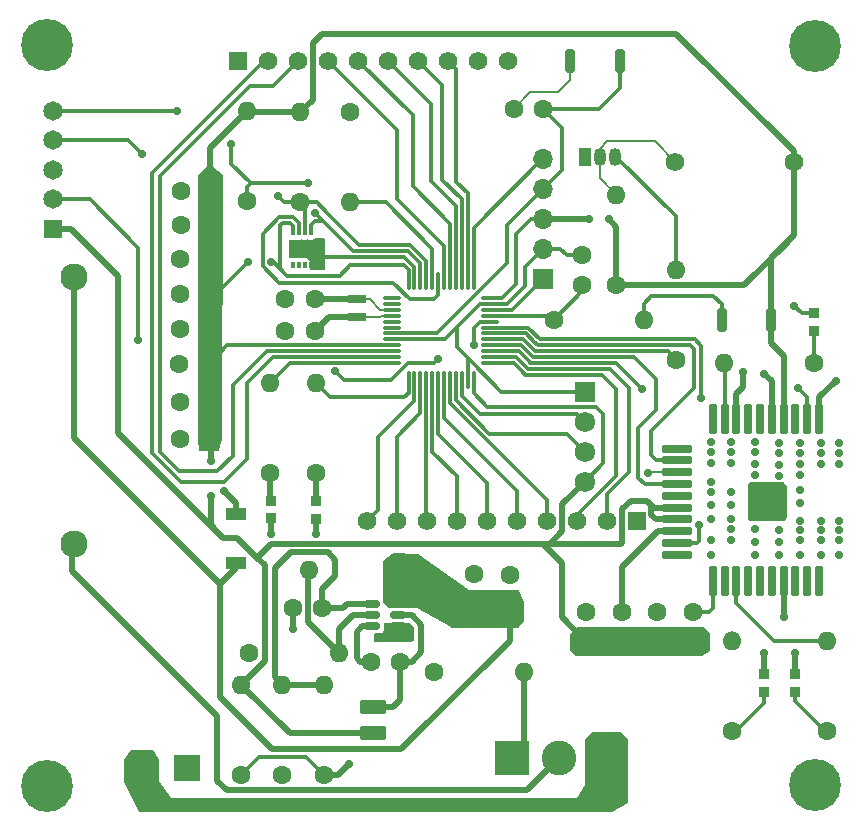
<source format=gtl>
G04 #@! TF.GenerationSoftware,KiCad,Pcbnew,8.0.8*
G04 #@! TF.CreationDate,2025-04-14T11:11:05+01:00*
G04 #@! TF.ProjectId,Bat-mon_v1-Fixo,4261742d-6d6f-46e5-9f76-312d4669786f,rev?*
G04 #@! TF.SameCoordinates,Original*
G04 #@! TF.FileFunction,Copper,L1,Top*
G04 #@! TF.FilePolarity,Positive*
%FSLAX46Y46*%
G04 Gerber Fmt 4.6, Leading zero omitted, Abs format (unit mm)*
G04 Created by KiCad (PCBNEW 8.0.8) date 2025-04-14 11:11:05*
%MOMM*%
%LPD*%
G01*
G04 APERTURE LIST*
G04 Aperture macros list*
%AMRoundRect*
0 Rectangle with rounded corners*
0 $1 Rounding radius*
0 $2 $3 $4 $5 $6 $7 $8 $9 X,Y pos of 4 corners*
0 Add a 4 corners polygon primitive as box body*
4,1,4,$2,$3,$4,$5,$6,$7,$8,$9,$2,$3,0*
0 Add four circle primitives for the rounded corners*
1,1,$1+$1,$2,$3*
1,1,$1+$1,$4,$5*
1,1,$1+$1,$6,$7*
1,1,$1+$1,$8,$9*
0 Add four rect primitives between the rounded corners*
20,1,$1+$1,$2,$3,$4,$5,0*
20,1,$1+$1,$4,$5,$6,$7,0*
20,1,$1+$1,$6,$7,$8,$9,0*
20,1,$1+$1,$8,$9,$2,$3,0*%
G04 Aperture macros list end*
G04 #@! TA.AperFunction,SMDPad,CuDef*
%ADD10R,1.720000X1.120000*%
G04 #@! TD*
G04 #@! TA.AperFunction,ComponentPad*
%ADD11R,1.050000X1.500000*%
G04 #@! TD*
G04 #@! TA.AperFunction,ComponentPad*
%ADD12O,1.050000X1.500000*%
G04 #@! TD*
G04 #@! TA.AperFunction,ComponentPad*
%ADD13C,1.600000*%
G04 #@! TD*
G04 #@! TA.AperFunction,ComponentPad*
%ADD14O,1.600000X1.600000*%
G04 #@! TD*
G04 #@! TA.AperFunction,ComponentPad*
%ADD15C,0.700000*%
G04 #@! TD*
G04 #@! TA.AperFunction,ComponentPad*
%ADD16C,4.400000*%
G04 #@! TD*
G04 #@! TA.AperFunction,ComponentPad*
%ADD17R,1.575000X1.575000*%
G04 #@! TD*
G04 #@! TA.AperFunction,ComponentPad*
%ADD18C,1.575000*%
G04 #@! TD*
G04 #@! TA.AperFunction,SMDPad,CuDef*
%ADD19RoundRect,0.150000X0.512500X0.150000X-0.512500X0.150000X-0.512500X-0.150000X0.512500X-0.150000X0*%
G04 #@! TD*
G04 #@! TA.AperFunction,SMDPad,CuDef*
%ADD20RoundRect,0.175000X-0.175000X1.125000X-0.175000X-1.125000X0.175000X-1.125000X0.175000X1.125000X0*%
G04 #@! TD*
G04 #@! TA.AperFunction,SMDPad,CuDef*
%ADD21RoundRect,0.175000X-1.125000X-0.175000X1.125000X-0.175000X1.125000X0.175000X-1.125000X0.175000X0*%
G04 #@! TD*
G04 #@! TA.AperFunction,SMDPad,CuDef*
%ADD22RoundRect,0.200000X-0.200000X-0.200000X0.200000X-0.200000X0.200000X0.200000X-0.200000X0.200000X0*%
G04 #@! TD*
G04 #@! TA.AperFunction,SMDPad,CuDef*
%ADD23R,0.950000X0.950000*%
G04 #@! TD*
G04 #@! TA.AperFunction,ComponentPad*
%ADD24R,2.175000X2.175000*%
G04 #@! TD*
G04 #@! TA.AperFunction,ComponentPad*
%ADD25C,2.175000*%
G04 #@! TD*
G04 #@! TA.AperFunction,SMDPad,CuDef*
%ADD26RoundRect,0.200000X0.200000X0.800000X-0.200000X0.800000X-0.200000X-0.800000X0.200000X-0.800000X0*%
G04 #@! TD*
G04 #@! TA.AperFunction,SMDPad,CuDef*
%ADD27RoundRect,0.250000X-0.850000X0.375000X-0.850000X-0.375000X0.850000X-0.375000X0.850000X0.375000X0*%
G04 #@! TD*
G04 #@! TA.AperFunction,ComponentPad*
%ADD28R,1.725000X1.725000*%
G04 #@! TD*
G04 #@! TA.AperFunction,ComponentPad*
%ADD29C,1.725000*%
G04 #@! TD*
G04 #@! TA.AperFunction,ComponentPad*
%ADD30C,1.580000*%
G04 #@! TD*
G04 #@! TA.AperFunction,ComponentPad*
%ADD31R,1.650000X1.650000*%
G04 #@! TD*
G04 #@! TA.AperFunction,ComponentPad*
%ADD32C,1.650000*%
G04 #@! TD*
G04 #@! TA.AperFunction,SMDPad,CuDef*
%ADD33R,1.500000X0.800000*%
G04 #@! TD*
G04 #@! TA.AperFunction,ComponentPad*
%ADD34R,1.700000X1.700000*%
G04 #@! TD*
G04 #@! TA.AperFunction,ComponentPad*
%ADD35O,1.700000X1.700000*%
G04 #@! TD*
G04 #@! TA.AperFunction,SMDPad,CuDef*
%ADD36R,0.300000X0.600000*%
G04 #@! TD*
G04 #@! TA.AperFunction,SMDPad,CuDef*
%ADD37R,1.600000X1.600000*%
G04 #@! TD*
G04 #@! TA.AperFunction,ComponentPad*
%ADD38C,2.300000*%
G04 #@! TD*
G04 #@! TA.AperFunction,ComponentPad*
%ADD39R,2.925000X2.925000*%
G04 #@! TD*
G04 #@! TA.AperFunction,ComponentPad*
%ADD40C,2.925000*%
G04 #@! TD*
G04 #@! TA.AperFunction,SMDPad,CuDef*
%ADD41RoundRect,0.075000X-0.662500X-0.075000X0.662500X-0.075000X0.662500X0.075000X-0.662500X0.075000X0*%
G04 #@! TD*
G04 #@! TA.AperFunction,SMDPad,CuDef*
%ADD42RoundRect,0.075000X-0.075000X-0.662500X0.075000X-0.662500X0.075000X0.662500X-0.075000X0.662500X0*%
G04 #@! TD*
G04 #@! TA.AperFunction,ViaPad*
%ADD43C,0.700000*%
G04 #@! TD*
G04 #@! TA.AperFunction,Conductor*
%ADD44C,0.200000*%
G04 #@! TD*
G04 #@! TA.AperFunction,Conductor*
%ADD45C,0.300000*%
G04 #@! TD*
G04 #@! TA.AperFunction,Conductor*
%ADD46C,0.500000*%
G04 #@! TD*
G04 APERTURE END LIST*
D10*
X153300000Y-89200000D03*
X153300000Y-85050000D03*
D11*
X182810000Y-54800000D03*
D12*
X184080000Y-54800000D03*
X185350000Y-54800000D03*
D13*
X151050000Y-75550000D03*
X148550000Y-75550000D03*
X154250000Y-58560000D03*
D14*
X154250000Y-50940000D03*
D13*
X182950000Y-93300000D03*
X182950000Y-95800000D03*
D15*
X200650000Y-107950000D03*
X201133274Y-106783274D03*
X201133274Y-109116726D03*
X202300000Y-106300000D03*
D16*
X202300000Y-107950000D03*
D15*
X202300000Y-109600000D03*
X203466726Y-106783274D03*
X203466726Y-109116726D03*
X203950000Y-107950000D03*
D17*
X187230000Y-85650000D03*
D18*
X184690000Y-85650000D03*
X182150000Y-85650000D03*
X179610000Y-85650000D03*
X177070000Y-85650000D03*
X174530000Y-85650000D03*
X171990000Y-85650000D03*
X169450000Y-85650000D03*
X166910000Y-85650000D03*
X164370000Y-85650000D03*
D15*
X135666726Y-108066726D03*
X136150000Y-106900000D03*
X136150000Y-109233452D03*
X137316726Y-106416726D03*
D16*
X137316726Y-108066726D03*
D15*
X137316726Y-109716726D03*
X138483452Y-106900000D03*
X138483452Y-109233452D03*
X138966726Y-108066726D03*
D13*
X185500000Y-65660000D03*
D14*
X185500000Y-58040000D03*
D13*
X154380000Y-96800000D03*
D14*
X162000000Y-96800000D03*
D13*
X148500000Y-72300000D03*
X151000000Y-72300000D03*
D19*
X167037500Y-94550000D03*
X167037500Y-93600000D03*
X167037500Y-92650000D03*
X164762500Y-92650000D03*
X164762500Y-93600000D03*
X164762500Y-94550000D03*
D20*
X202650000Y-77000000D03*
X201650000Y-77000000D03*
X200650000Y-77000000D03*
X199650000Y-77000000D03*
X198650000Y-77000000D03*
X197650000Y-77000000D03*
X196650000Y-77000000D03*
X195650000Y-77000000D03*
X194650000Y-77000000D03*
X193650000Y-77000000D03*
D21*
X190650000Y-79500000D03*
X190650000Y-80500000D03*
X190650000Y-81500000D03*
X190650000Y-82500000D03*
X190650000Y-83500000D03*
X190650000Y-84500000D03*
X190650000Y-85500000D03*
X190650000Y-86500000D03*
X190650000Y-87500000D03*
X190650000Y-88500000D03*
D20*
X193650000Y-90700000D03*
X194650000Y-90700000D03*
X195650000Y-90700000D03*
X196650000Y-90700000D03*
X197650000Y-90700000D03*
X198650000Y-90700000D03*
X199650000Y-90700000D03*
X200650000Y-90700000D03*
X201650000Y-90700000D03*
X202650000Y-90700000D03*
D22*
X199240000Y-83000000D03*
X198240000Y-83000000D03*
X197240000Y-83000000D03*
X197240000Y-84000000D03*
X197240000Y-85000000D03*
X198240000Y-85000000D03*
X199240000Y-85000000D03*
X199240000Y-84000000D03*
X198240000Y-84000000D03*
D23*
X200650000Y-98600000D03*
X200650000Y-100100000D03*
D13*
X202250000Y-72250000D03*
D14*
X194630000Y-72250000D03*
D13*
X160600000Y-93000000D03*
X158100000Y-93000000D03*
D24*
X149100000Y-106550000D03*
D25*
X145290000Y-106550000D03*
D13*
X179300000Y-50750000D03*
X176800000Y-50750000D03*
X192000000Y-93300000D03*
X192000000Y-95800000D03*
D23*
X202240000Y-68050000D03*
X202240000Y-69550000D03*
D13*
X160050000Y-81560000D03*
D14*
X160050000Y-73940000D03*
D26*
X198600000Y-68600000D03*
X194400000Y-68600000D03*
D23*
X198000000Y-98600000D03*
X198000000Y-100100000D03*
D27*
X164900000Y-101400000D03*
X164900000Y-103550000D03*
D28*
X182800000Y-74680000D03*
D29*
X182800000Y-77220000D03*
X182800000Y-79760000D03*
X182800000Y-82300000D03*
D13*
X148550000Y-69350000D03*
X151050000Y-69350000D03*
D30*
X200500000Y-55200000D03*
X190500000Y-55200000D03*
D13*
X186000000Y-93300000D03*
X186000000Y-95800000D03*
D26*
X185800000Y-46700000D03*
X181600000Y-46700000D03*
D13*
X153750000Y-107100000D03*
D14*
X153750000Y-99480000D03*
D13*
X160750000Y-107100000D03*
D14*
X160750000Y-99480000D03*
D31*
X137800000Y-60900000D03*
D32*
X137800000Y-58400000D03*
X137800000Y-55900000D03*
X137800000Y-53400000D03*
X137800000Y-50900000D03*
D13*
X195300000Y-103400000D03*
D14*
X195300000Y-95780000D03*
D33*
X163500000Y-66850000D03*
X163500000Y-68350000D03*
D13*
X157200000Y-107100000D03*
D14*
X157200000Y-99480000D03*
D34*
X179250000Y-65150000D03*
D35*
X179250000Y-62610000D03*
X179250000Y-60070000D03*
X179250000Y-57530000D03*
X179250000Y-54990000D03*
D13*
X151050000Y-78650000D03*
X148550000Y-78650000D03*
D36*
X158100000Y-64000000D03*
X158600000Y-64000000D03*
X159100000Y-64000000D03*
X159600000Y-64000000D03*
X159600000Y-61200000D03*
X159100000Y-61200000D03*
X158600000Y-61200000D03*
X158100000Y-61200000D03*
D37*
X158850000Y-62600000D03*
D13*
X158750000Y-58660000D03*
D14*
X158750000Y-51040000D03*
D13*
X180190000Y-68600000D03*
D14*
X187810000Y-68600000D03*
D13*
X159950000Y-69550000D03*
X157450000Y-69550000D03*
D38*
X139550000Y-64950000D03*
X139550000Y-87550000D03*
D13*
X167200000Y-97550000D03*
X164700000Y-97550000D03*
D39*
X176650000Y-105700000D03*
D40*
X180650000Y-105700000D03*
X184650000Y-105700000D03*
D13*
X148550000Y-63450000D03*
X151050000Y-63450000D03*
X148600000Y-60550000D03*
X151100000Y-60550000D03*
X156200000Y-81560000D03*
D14*
X156200000Y-73940000D03*
D13*
X173450000Y-90150000D03*
X173450000Y-92650000D03*
X170040000Y-98400000D03*
D14*
X177660000Y-98400000D03*
D13*
X188950000Y-93300000D03*
X188950000Y-95800000D03*
D41*
X166487500Y-66750000D03*
X166487500Y-67250000D03*
X166487500Y-67750000D03*
X166487500Y-68250000D03*
X166487500Y-68750000D03*
X166487500Y-69250000D03*
X166487500Y-69750000D03*
X166487500Y-70250000D03*
X166487500Y-70750000D03*
X166487500Y-71250000D03*
X166487500Y-71750000D03*
X166487500Y-72250000D03*
D42*
X167900000Y-73662500D03*
X168400000Y-73662500D03*
X168900000Y-73662500D03*
X169400000Y-73662500D03*
X169900000Y-73662500D03*
X170400000Y-73662500D03*
X170900000Y-73662500D03*
X171400000Y-73662500D03*
X171900000Y-73662500D03*
X172400000Y-73662500D03*
X172900000Y-73662500D03*
X173400000Y-73662500D03*
D41*
X174812500Y-72250000D03*
X174812500Y-71750000D03*
X174812500Y-71250000D03*
X174812500Y-70750000D03*
X174812500Y-70250000D03*
X174812500Y-69750000D03*
X174812500Y-69250000D03*
X174812500Y-68750000D03*
X174812500Y-68250000D03*
X174812500Y-67750000D03*
X174812500Y-67250000D03*
X174812500Y-66750000D03*
D42*
X173400000Y-65337500D03*
X172900000Y-65337500D03*
X172400000Y-65337500D03*
X171900000Y-65337500D03*
X171400000Y-65337500D03*
X170900000Y-65337500D03*
X170400000Y-65337500D03*
X169900000Y-65337500D03*
X169400000Y-65337500D03*
X168900000Y-65337500D03*
X168400000Y-65337500D03*
X167900000Y-65337500D03*
D13*
X182600000Y-63150000D03*
X182600000Y-65650000D03*
D23*
X156250000Y-85400000D03*
X156250000Y-83900000D03*
D15*
X200700000Y-45450000D03*
X201183274Y-44283274D03*
X201183274Y-46616726D03*
X202350000Y-43800000D03*
D16*
X202350000Y-45450000D03*
D15*
X202350000Y-47100000D03*
X203516726Y-44283274D03*
X203516726Y-46616726D03*
X204000000Y-45450000D03*
D17*
X153460000Y-46650000D03*
D18*
X156000000Y-46650000D03*
X158540000Y-46650000D03*
X161080000Y-46650000D03*
X163620000Y-46650000D03*
X166160000Y-46650000D03*
X168700000Y-46650000D03*
X171240000Y-46650000D03*
X173780000Y-46650000D03*
X176320000Y-46650000D03*
D13*
X162950000Y-51040000D03*
D14*
X162950000Y-58660000D03*
D13*
X159950000Y-66850000D03*
X157450000Y-66850000D03*
X148650000Y-57700000D03*
X151150000Y-57700000D03*
X176450000Y-90200000D03*
X176450000Y-92700000D03*
X190550000Y-71960000D03*
D14*
X190550000Y-64340000D03*
D23*
X160050000Y-85450000D03*
X160050000Y-83950000D03*
D13*
X203350000Y-103420000D03*
D14*
X203350000Y-95800000D03*
D15*
X135600000Y-45350000D03*
X136083274Y-44183274D03*
X136083274Y-46516726D03*
X137250000Y-43700000D03*
D16*
X137250000Y-45350000D03*
D15*
X137250000Y-47000000D03*
X138416726Y-44183274D03*
X138416726Y-46516726D03*
X138900000Y-45350000D03*
D13*
X167060000Y-89750000D03*
D14*
X159440000Y-89750000D03*
D13*
X148550000Y-66400000D03*
X151050000Y-66400000D03*
D43*
X151150000Y-83500000D03*
X151150000Y-80550000D03*
X154300000Y-63700000D03*
X184850000Y-60050000D03*
X156250000Y-63725000D03*
X183150000Y-60050000D03*
X201050000Y-87250000D03*
X193500000Y-87200000D03*
X195200000Y-84250000D03*
X196250000Y-73050000D03*
X193500000Y-84250000D03*
X160350000Y-63000000D03*
X199240000Y-85000000D03*
X195200000Y-86350000D03*
X160350000Y-64000000D03*
X193500000Y-83200000D03*
X193500000Y-85450000D03*
X201050000Y-79850000D03*
X204350000Y-85600000D03*
X202850000Y-86400000D03*
X193500000Y-78950000D03*
X201050000Y-86400000D03*
X199250000Y-87400000D03*
X156250000Y-86700000D03*
X201050000Y-80800000D03*
X193500000Y-88500000D03*
X200650000Y-96850000D03*
X166350000Y-95500000D03*
X204350000Y-80800000D03*
X201050000Y-88550000D03*
X197200000Y-79800000D03*
X193500000Y-80750000D03*
X201050000Y-84150000D03*
X204350000Y-79000000D03*
X152250000Y-83100000D03*
X202850000Y-80800000D03*
X201050000Y-85600000D03*
X201050000Y-79000000D03*
X160350000Y-62100000D03*
X195200000Y-79800000D03*
X199250000Y-81800000D03*
X202850000Y-85600000D03*
X199240000Y-84000000D03*
X167950000Y-95500000D03*
X198000000Y-73150000D03*
X197200000Y-81750000D03*
X195200000Y-80750000D03*
X197200000Y-86350000D03*
X197200000Y-78950000D03*
X198240000Y-85000000D03*
X193500000Y-82300000D03*
X204050000Y-73750000D03*
X198240000Y-84000000D03*
X199240000Y-83000000D03*
X202850000Y-88550000D03*
X199650000Y-93800000D03*
X200540000Y-67400000D03*
X199250000Y-80850000D03*
X202850000Y-79000000D03*
X198000000Y-96850000D03*
X195200000Y-87200000D03*
X204350000Y-88550000D03*
X195200000Y-83200000D03*
X202850000Y-79850000D03*
X204350000Y-86400000D03*
X197200000Y-88500000D03*
X160050000Y-86750000D03*
X204350000Y-87250000D03*
X195200000Y-85450000D03*
X201050000Y-83000000D03*
X202850000Y-87250000D03*
X198240000Y-83000000D03*
X204350000Y-79850000D03*
X197200000Y-87400000D03*
X165400000Y-95500000D03*
X199250000Y-88550000D03*
X195200000Y-78950000D03*
X199250000Y-86400000D03*
X201050000Y-81750000D03*
X197240000Y-83000000D03*
X197240000Y-85000000D03*
X199250000Y-79000000D03*
X197200000Y-80800000D03*
X199250000Y-79850000D03*
X197240000Y-84000000D03*
X193500000Y-79800000D03*
X158150000Y-94750000D03*
X162825000Y-106225000D03*
X156850000Y-58150000D03*
X145300000Y-54550000D03*
X160000000Y-59550000D03*
X159400000Y-57050000D03*
X152900000Y-53700000D03*
X148300000Y-50900000D03*
X192500000Y-86000000D03*
X192700000Y-75250000D03*
X173400000Y-70725000D03*
X161700000Y-72950000D03*
X145000000Y-70300000D03*
X170400000Y-71900000D03*
X187650000Y-74450000D03*
X200850000Y-74350000D03*
X188200000Y-81600000D03*
D44*
X184080000Y-56620000D02*
X184080000Y-54800000D01*
X184700000Y-53500000D02*
X188800000Y-53500000D01*
X185500000Y-58040000D02*
X184080000Y-56620000D01*
X184080000Y-54800000D02*
X184080000Y-54120000D01*
X184080000Y-54120000D02*
X184700000Y-53500000D01*
X188800000Y-53500000D02*
X190500000Y-55200000D01*
D45*
X184350000Y-80750000D02*
X182800000Y-82300000D01*
D46*
X188467500Y-85117500D02*
X188850000Y-85500000D01*
D45*
X158100000Y-60650000D02*
X157850000Y-60400000D01*
X157450000Y-64700000D02*
X157600000Y-64850000D01*
D46*
X153400000Y-87050000D02*
X152200000Y-87050000D01*
D45*
X157050000Y-60600000D02*
X157050000Y-64300000D01*
D46*
X200500000Y-55200000D02*
X200500000Y-54335000D01*
X154350000Y-51040000D02*
X154250000Y-50940000D01*
X185992500Y-84657500D02*
X186700000Y-83950000D01*
X143300000Y-78150000D02*
X143300000Y-64900000D01*
X151150000Y-83500000D02*
X151150000Y-86000000D01*
X183150000Y-60050000D02*
X179270000Y-60050000D01*
X179250000Y-87550000D02*
X156260000Y-87550000D01*
D45*
X164100000Y-64000000D02*
X167550000Y-64000000D01*
D46*
X199650000Y-71650000D02*
X198600000Y-70600000D01*
X155750000Y-89400000D02*
X155080000Y-88730000D01*
X155750000Y-97480000D02*
X155750000Y-89400000D01*
X156260000Y-87550000D02*
X155080000Y-88730000D01*
X160600000Y-44400000D02*
X159842500Y-45157500D01*
X157820000Y-103550000D02*
X153750000Y-99480000D01*
X185992500Y-87407500D02*
X185992500Y-84657500D01*
X151150000Y-80550000D02*
X151150000Y-78750000D01*
D45*
X154300000Y-63700000D02*
X151600000Y-66400000D01*
D46*
X200550000Y-55250000D02*
X200500000Y-55200000D01*
X185500000Y-60700000D02*
X184850000Y-60050000D01*
X186700000Y-83950000D02*
X188100000Y-83950000D01*
X159842500Y-45157500D02*
X159842500Y-49947500D01*
X180900000Y-86500000D02*
X179850000Y-87550000D01*
X200550000Y-61450000D02*
X200550000Y-55250000D01*
D45*
X173400000Y-74800000D02*
X174550000Y-75950000D01*
X151600000Y-66400000D02*
X151050000Y-66400000D01*
X158100000Y-61200000D02*
X158100000Y-60650000D01*
X173400000Y-73662500D02*
X173400000Y-74800000D01*
D46*
X188467500Y-84317500D02*
X188467500Y-85117500D01*
D45*
X184350000Y-76550000D02*
X184350000Y-80750000D01*
D46*
X190565000Y-44400000D02*
X160600000Y-44400000D01*
D45*
X162100000Y-64850000D02*
X162950000Y-64000000D01*
D46*
X182950000Y-95800000D02*
X182850000Y-95800000D01*
X152200000Y-87050000D02*
X143300000Y-78150000D01*
X151100000Y-54090000D02*
X151100000Y-57650000D01*
X153750000Y-99480000D02*
X155750000Y-97480000D01*
X154250000Y-50940000D02*
X151100000Y-54090000D01*
X188650000Y-84500000D02*
X190650000Y-84500000D01*
D45*
X152550000Y-70750000D02*
X151000000Y-72300000D01*
D46*
X199650000Y-76700000D02*
X199650000Y-71650000D01*
D45*
X157250000Y-60400000D02*
X157050000Y-60600000D01*
X166487500Y-70750000D02*
X152550000Y-70750000D01*
D46*
X151150000Y-86000000D02*
X152200000Y-87050000D01*
X198600000Y-68600000D02*
X198600000Y-63400000D01*
D45*
X177000000Y-61300000D02*
X178230000Y-60070000D01*
X157850000Y-60400000D02*
X157250000Y-60400000D01*
D46*
X180850000Y-89150000D02*
X179250000Y-87550000D01*
X159842500Y-49947500D02*
X158750000Y-51040000D01*
X164900000Y-103550000D02*
X157820000Y-103550000D01*
X185850000Y-87550000D02*
X185992500Y-87407500D01*
X151100000Y-57650000D02*
X151150000Y-57700000D01*
D45*
X167900000Y-64350000D02*
X167900000Y-65337500D01*
D46*
X200500000Y-54335000D02*
X190565000Y-44400000D01*
X188425000Y-84275000D02*
X188467500Y-84317500D01*
D45*
X178230000Y-60070000D02*
X179250000Y-60070000D01*
D46*
X158750000Y-51040000D02*
X154350000Y-51040000D01*
X188850000Y-85500000D02*
X190650000Y-85500000D01*
X179250000Y-87550000D02*
X185850000Y-87550000D01*
X185500000Y-65660000D02*
X185500000Y-60700000D01*
X151150000Y-78750000D02*
X151050000Y-78650000D01*
X155080000Y-88730000D02*
X153400000Y-87050000D01*
D45*
X167550000Y-64000000D02*
X167900000Y-64350000D01*
X157050000Y-64300000D02*
X157450000Y-64700000D01*
D46*
X198600000Y-70600000D02*
X198600000Y-68600000D01*
X180850000Y-93800000D02*
X180850000Y-89150000D01*
X198600000Y-63400000D02*
X200550000Y-61450000D01*
X179270000Y-60050000D02*
X179250000Y-60070000D01*
D45*
X177000000Y-65550000D02*
X177000000Y-61300000D01*
D46*
X182800000Y-82300000D02*
X180900000Y-84200000D01*
X143300000Y-64900000D02*
X139300000Y-60900000D01*
D45*
X157450000Y-64700000D02*
X156475000Y-63725000D01*
X174550000Y-75950000D02*
X183750000Y-75950000D01*
D46*
X180900000Y-84200000D02*
X180900000Y-86500000D01*
D45*
X183750000Y-75950000D02*
X184350000Y-76550000D01*
D46*
X188100000Y-83950000D02*
X188650000Y-84500000D01*
X196340000Y-65660000D02*
X185500000Y-65660000D01*
X182850000Y-95800000D02*
X180850000Y-93800000D01*
D45*
X174812500Y-66750000D02*
X175800000Y-66750000D01*
X162950000Y-64000000D02*
X164100000Y-64000000D01*
D46*
X139300000Y-60900000D02*
X137800000Y-60900000D01*
D45*
X175800000Y-66750000D02*
X177000000Y-65550000D01*
D46*
X200000000Y-62000000D02*
X196340000Y-65660000D01*
D45*
X156475000Y-63725000D02*
X156250000Y-63725000D01*
X157600000Y-64850000D02*
X162100000Y-64850000D01*
D46*
X159950000Y-66850000D02*
X163500000Y-66850000D01*
D44*
X164600000Y-66850000D02*
X163500000Y-66850000D01*
X166487500Y-67750000D02*
X165500000Y-67750000D01*
X165500000Y-67750000D02*
X164600000Y-66850000D01*
D45*
X174812500Y-67250000D02*
X176250000Y-67250000D01*
X173971880Y-67250000D02*
X174812500Y-67250000D01*
X168400000Y-64142894D02*
X167507106Y-63250000D01*
D46*
X195650000Y-74900000D02*
X195650000Y-76050000D01*
X198000000Y-73150000D02*
X198650000Y-73800000D01*
D44*
X180550000Y-49350000D02*
X178200000Y-49350000D01*
D45*
X172900000Y-71821880D02*
X172900000Y-73662500D01*
X175758120Y-74680000D02*
X173328120Y-72250000D01*
X160600000Y-63250000D02*
X160350000Y-63000000D01*
X180760000Y-62610000D02*
X179250000Y-62610000D01*
D46*
X199650000Y-91750000D02*
X199650000Y-93800000D01*
D45*
X193650000Y-91300000D02*
X193650000Y-93000000D01*
X170985940Y-70250000D02*
X172850000Y-68385940D01*
D46*
X198650000Y-73800000D02*
X198650000Y-76500000D01*
X160050000Y-86750000D02*
X160050000Y-85450000D01*
D45*
X193650000Y-93000000D02*
X193350000Y-93300000D01*
X177750000Y-64110000D02*
X179250000Y-62610000D01*
D46*
X189000000Y-86500000D02*
X191250000Y-86500000D01*
D45*
X176250000Y-67250000D02*
X177750000Y-65750000D01*
X181300000Y-63150000D02*
X180760000Y-62610000D01*
D46*
X196250000Y-73050000D02*
X196250000Y-74300000D01*
D45*
X202240000Y-68050000D02*
X201190000Y-68050000D01*
D44*
X181600000Y-46700000D02*
X181600000Y-48300000D01*
D46*
X202650000Y-75150000D02*
X204050000Y-73750000D01*
X200650000Y-98600000D02*
X200650000Y-96850000D01*
D45*
X177750000Y-65750000D02*
X177750000Y-64110000D01*
X168400000Y-65337500D02*
X168400000Y-64142894D01*
X173328120Y-72250000D02*
X172000000Y-70921880D01*
X172850000Y-68371880D02*
X173971880Y-67250000D01*
X201190000Y-68050000D02*
X200540000Y-67400000D01*
X172850000Y-68385940D02*
X172850000Y-68371880D01*
X172000000Y-69221880D02*
X173971880Y-67250000D01*
D46*
X186000000Y-89500000D02*
X189000000Y-86500000D01*
D45*
X182800000Y-74680000D02*
X175758120Y-74680000D01*
X167507106Y-63250000D02*
X160600000Y-63250000D01*
X173328120Y-72250000D02*
X172900000Y-71821880D01*
X166487500Y-70250000D02*
X170985940Y-70250000D01*
D46*
X186000000Y-93300000D02*
X186000000Y-89500000D01*
X153300000Y-84150000D02*
X152250000Y-83100000D01*
X153300000Y-85050000D02*
X153300000Y-84150000D01*
D44*
X181600000Y-48300000D02*
X180550000Y-49350000D01*
D45*
X172000000Y-70921880D02*
X172000000Y-69221880D01*
X193350000Y-93300000D02*
X192000000Y-93300000D01*
X182600000Y-63150000D02*
X181300000Y-63150000D01*
D44*
X178200000Y-49350000D02*
X176800000Y-50750000D01*
D46*
X196250000Y-74300000D02*
X195650000Y-74900000D01*
X156250000Y-86700000D02*
X156250000Y-85400000D01*
X198000000Y-96850000D02*
X198000000Y-98600000D01*
X202650000Y-76350000D02*
X202650000Y-75150000D01*
D44*
X165450000Y-68350000D02*
X163500000Y-68350000D01*
D46*
X161150000Y-68350000D02*
X163500000Y-68350000D01*
D44*
X165550000Y-68250000D02*
X165450000Y-68350000D01*
X166487500Y-68250000D02*
X165550000Y-68250000D01*
D46*
X159950000Y-69550000D02*
X161150000Y-68350000D01*
D45*
X179300000Y-50750000D02*
X184050000Y-50750000D01*
X172529441Y-67548679D02*
X176250000Y-63828120D01*
X180900000Y-52350000D02*
X179300000Y-50750000D01*
X176250000Y-60530000D02*
X179250000Y-57530000D01*
X180900000Y-55880000D02*
X180900000Y-52350000D01*
X179250000Y-57530000D02*
X180900000Y-55880000D01*
X170328119Y-69750000D02*
X172529440Y-67548679D01*
X166487500Y-69750000D02*
X170328119Y-69750000D01*
X185800000Y-49000000D02*
X185800000Y-46700000D01*
X184050000Y-50750000D02*
X185800000Y-49000000D01*
X172529440Y-67548679D02*
X172529441Y-67548679D01*
X176250000Y-63828120D02*
X176250000Y-60530000D01*
X174812500Y-68250000D02*
X179840000Y-68250000D01*
X179840000Y-68250000D02*
X180190000Y-68600000D01*
X180190000Y-68600000D02*
X182600000Y-66190000D01*
X182600000Y-66190000D02*
X182600000Y-65650000D01*
D46*
X139550000Y-78600000D02*
X151950000Y-91000000D01*
X153300000Y-89650000D02*
X151950000Y-91000000D01*
X151950000Y-91000000D02*
X151950000Y-100550000D01*
X156350000Y-104950000D02*
X167300000Y-104950000D01*
X153300000Y-89200000D02*
X153300000Y-89650000D01*
X151950000Y-100550000D02*
X156350000Y-104950000D01*
X176400000Y-92650000D02*
X176450000Y-92700000D01*
X167300000Y-104950000D02*
X176450000Y-95800000D01*
X176450000Y-95800000D02*
X176450000Y-92700000D01*
X139550000Y-64950000D02*
X139550000Y-78600000D01*
X163800000Y-97550000D02*
X164700000Y-97550000D01*
X163500000Y-97250000D02*
X163800000Y-97550000D01*
X164762500Y-94550000D02*
X163950000Y-94550000D01*
X163950000Y-94550000D02*
X163500000Y-95000000D01*
X163500000Y-95000000D02*
X163500000Y-97250000D01*
X164900000Y-101400000D02*
X166550000Y-101400000D01*
X168150000Y-93600000D02*
X168950000Y-94400000D01*
X168950000Y-94400000D02*
X168950000Y-96750000D01*
X167200000Y-100750000D02*
X167200000Y-97550000D01*
X166550000Y-101400000D02*
X167200000Y-100750000D01*
X168950000Y-96750000D02*
X168150000Y-97550000D01*
X167037500Y-93600000D02*
X168150000Y-93600000D01*
X168150000Y-97550000D02*
X167200000Y-97550000D01*
D45*
X159250000Y-105600000D02*
X160750000Y-107100000D01*
X155250000Y-105600000D02*
X159250000Y-105600000D01*
D46*
X162825000Y-106225000D02*
X161950000Y-107100000D01*
D45*
X153750000Y-107100000D02*
X155250000Y-105600000D01*
D46*
X158100000Y-93000000D02*
X158100000Y-94700000D01*
X161950000Y-107100000D02*
X160750000Y-107100000D01*
X158100000Y-94700000D02*
X158150000Y-94750000D01*
X160600000Y-91350000D02*
X160600000Y-93000000D01*
X157200000Y-99480000D02*
X160750000Y-99480000D01*
X156550000Y-98830000D02*
X156550000Y-89650000D01*
X157200000Y-99480000D02*
X156550000Y-98830000D01*
X161050000Y-88250000D02*
X161700000Y-88900000D01*
X164762500Y-92650000D02*
X162700000Y-92650000D01*
X161700000Y-88900000D02*
X161700000Y-90250000D01*
X162700000Y-92650000D02*
X162350000Y-93000000D01*
X161700000Y-90250000D02*
X160600000Y-91350000D01*
X157950000Y-88250000D02*
X161050000Y-88250000D01*
X162350000Y-93000000D02*
X160600000Y-93000000D01*
X156550000Y-89650000D02*
X157950000Y-88250000D01*
X160050000Y-83950000D02*
X160050000Y-81560000D01*
X156200000Y-81560000D02*
X156200000Y-83850000D01*
X156200000Y-83850000D02*
X156250000Y-83900000D01*
D45*
X171400000Y-75657106D02*
X179610000Y-83867106D01*
X171400000Y-73662500D02*
X171400000Y-75657106D01*
X179610000Y-83867106D02*
X179610000Y-85650000D01*
X177070000Y-83120000D02*
X177070000Y-85650000D01*
X170900000Y-76950000D02*
X177070000Y-83120000D01*
X170900000Y-73662500D02*
X170900000Y-76950000D01*
X165350000Y-84670000D02*
X164370000Y-85650000D01*
X168400000Y-75500000D02*
X165350000Y-78550000D01*
X168400000Y-73662500D02*
X168400000Y-75500000D01*
X165350000Y-78550000D02*
X165350000Y-84670000D01*
X182150000Y-85100000D02*
X182150000Y-85650000D01*
X174812500Y-72250000D02*
X176800253Y-72250000D01*
X177500127Y-72949874D02*
X177500127Y-72949875D01*
X176800253Y-72250000D02*
X177500127Y-72949874D01*
X185450000Y-81800000D02*
X182150000Y-85100000D01*
X177800252Y-73250000D02*
X184250000Y-73250000D01*
X185450000Y-74450000D02*
X185450000Y-81800000D01*
X184250000Y-73250000D02*
X185450000Y-74450000D01*
X177500127Y-72949875D02*
X177800252Y-73250000D01*
X166910000Y-78490000D02*
X166910000Y-85650000D01*
X168900000Y-76500000D02*
X166910000Y-78490000D01*
X168900000Y-73662500D02*
X168900000Y-76500000D01*
X178007359Y-72750000D02*
X184992894Y-72750000D01*
X177007359Y-71750000D02*
X178007359Y-72750000D01*
X174812500Y-71750000D02*
X177007359Y-71750000D01*
X184992894Y-72750000D02*
X186596447Y-74353553D01*
X184690000Y-83360000D02*
X184690000Y-85650000D01*
X186596447Y-74353553D02*
X186596447Y-81453553D01*
X186596447Y-81453553D02*
X184690000Y-83360000D01*
X169400000Y-85600000D02*
X169450000Y-85650000D01*
X169400000Y-73662500D02*
X169400000Y-85600000D01*
X169900000Y-73662500D02*
X169900000Y-79750000D01*
X171990000Y-81840000D02*
X171990000Y-85650000D01*
X169900000Y-79750000D02*
X171990000Y-81840000D01*
X170400000Y-73662500D02*
X170400000Y-78300000D01*
X170400000Y-78300000D02*
X174500000Y-82400000D01*
X174500000Y-82400000D02*
X174500000Y-85620000D01*
X174500000Y-85620000D02*
X174530000Y-85650000D01*
X169800000Y-50290000D02*
X166160000Y-46650000D01*
X171900000Y-58950000D02*
X169800000Y-56850000D01*
X171900000Y-65337500D02*
X171900000Y-58950000D01*
X169800000Y-56850000D02*
X169800000Y-50290000D01*
X161080000Y-46650000D02*
X161080000Y-46680000D01*
X170900000Y-62350000D02*
X170900000Y-65337500D01*
X166950000Y-58400000D02*
X170900000Y-62350000D01*
X161080000Y-46680000D02*
X166950000Y-52550000D01*
X166950000Y-52550000D02*
X166950000Y-58400000D01*
X170750000Y-56750000D02*
X170750000Y-48700000D01*
X172400000Y-65337500D02*
X172400000Y-58400000D01*
X172400000Y-58400000D02*
X170750000Y-56750000D01*
X170750000Y-48700000D02*
X168700000Y-46650000D01*
X152300000Y-82300000D02*
X148607106Y-82300000D01*
X154250000Y-73950000D02*
X154250000Y-80350000D01*
X146150000Y-56200000D02*
X155700000Y-46650000D01*
X154250000Y-80350000D02*
X152300000Y-82300000D01*
X166487500Y-71750000D02*
X156450000Y-71750000D01*
X148607106Y-82300000D02*
X146150000Y-79842894D01*
X146150000Y-79842894D02*
X146150000Y-56200000D01*
X155700000Y-46650000D02*
X156000000Y-46650000D01*
X156450000Y-71750000D02*
X154250000Y-73950000D01*
X155900000Y-71250000D02*
X153000000Y-74150000D01*
X154500000Y-48800000D02*
X156390000Y-48800000D01*
X151700000Y-81400000D02*
X148500000Y-81400000D01*
X146850000Y-79750000D02*
X146850000Y-56450000D01*
X156390000Y-48800000D02*
X158540000Y-46650000D01*
X153000000Y-74150000D02*
X153000000Y-80100000D01*
X166487500Y-71250000D02*
X155900000Y-71250000D01*
X146850000Y-56450000D02*
X154500000Y-48800000D01*
X153000000Y-80100000D02*
X151700000Y-81400000D01*
X148500000Y-81400000D02*
X146850000Y-79750000D01*
X172900000Y-65337500D02*
X172900000Y-57850000D01*
X172900000Y-57850000D02*
X171950000Y-56900000D01*
X171950000Y-56900000D02*
X171950000Y-47360000D01*
X171950000Y-47360000D02*
X171240000Y-46650000D01*
X168250000Y-57300000D02*
X171400000Y-60450000D01*
X171400000Y-60450000D02*
X171400000Y-65337500D01*
X163620000Y-46650000D02*
X168250000Y-51280000D01*
X168250000Y-51280000D02*
X168250000Y-57300000D01*
X156950000Y-59900000D02*
X155550000Y-61300000D01*
X158600000Y-60400000D02*
X158100000Y-59900000D01*
X168000000Y-66850000D02*
X170050000Y-66850000D01*
X158100000Y-59900000D02*
X156950000Y-59900000D01*
X170400000Y-66500000D02*
X170400000Y-65337500D01*
X155550000Y-64050000D02*
X156950000Y-65450000D01*
X155550000Y-61300000D02*
X155550000Y-64050000D01*
X158600000Y-61200000D02*
X158600000Y-60400000D01*
X166600000Y-65450000D02*
X168000000Y-66850000D01*
X156950000Y-65450000D02*
X166600000Y-65450000D01*
X170050000Y-66850000D02*
X170400000Y-66500000D01*
X156850000Y-58150000D02*
X157360000Y-58660000D01*
X169400000Y-65337500D02*
X169400000Y-63600000D01*
X163707107Y-62250000D02*
X161003553Y-59546447D01*
X169400000Y-63600000D02*
X168050000Y-62250000D01*
X157360000Y-58660000D02*
X158750000Y-58660000D01*
X145300000Y-54550000D02*
X144150000Y-53400000D01*
X168050000Y-62250000D02*
X163707107Y-62250000D01*
X144150000Y-53400000D02*
X137800000Y-53400000D01*
X160117107Y-58660000D02*
X158750000Y-58660000D01*
X161003553Y-59546447D02*
X160117107Y-58660000D01*
X159100000Y-59010000D02*
X158750000Y-58660000D01*
X159100000Y-61200000D02*
X159100000Y-59010000D01*
X163200000Y-62750000D02*
X167842894Y-62750000D01*
X154250000Y-57350000D02*
X154250000Y-58560000D01*
X159400000Y-57050000D02*
X154550000Y-57050000D01*
X148300000Y-50900000D02*
X137800000Y-50900000D01*
X159600000Y-61200000D02*
X159600000Y-60550000D01*
X159950000Y-60200000D02*
X160650000Y-60200000D01*
X159600000Y-60550000D02*
X159950000Y-60200000D01*
X152900000Y-53700000D02*
X152900000Y-55400000D01*
X167842894Y-62750000D02*
X168900000Y-63807106D01*
X160850000Y-60400000D02*
X163200000Y-62750000D01*
X152900000Y-55400000D02*
X154550000Y-57050000D01*
X160000000Y-59550000D02*
X160850000Y-60400000D01*
X154550000Y-57050000D02*
X154250000Y-57350000D01*
X160650000Y-60200000D02*
X160850000Y-60400000D01*
X168900000Y-63807106D02*
X168900000Y-65337500D01*
X173400000Y-65337500D02*
X173400000Y-60800000D01*
X173400000Y-60800000D02*
X179210000Y-54990000D01*
X179210000Y-54990000D02*
X179250000Y-54990000D01*
X174812500Y-67750000D02*
X176650000Y-67750000D01*
X176650000Y-67750000D02*
X179250000Y-65150000D01*
D46*
X177660000Y-104690000D02*
X176650000Y-105700000D01*
X177660000Y-98400000D02*
X177660000Y-104690000D01*
D45*
X194400000Y-67300000D02*
X194400000Y-68600000D01*
X193700000Y-66600000D02*
X194400000Y-67300000D01*
X188450000Y-66600000D02*
X193700000Y-66600000D01*
X187810000Y-67240000D02*
X188450000Y-66600000D01*
X187810000Y-68600000D02*
X187810000Y-67240000D01*
X190550000Y-59850000D02*
X185500000Y-54800000D01*
X190550000Y-64340000D02*
X190550000Y-59850000D01*
X185500000Y-54320000D02*
X185480000Y-54300000D01*
X185500000Y-54800000D02*
X185350000Y-54800000D01*
X167900000Y-73662500D02*
X167900000Y-74800000D01*
X167550000Y-75150000D02*
X161260000Y-75150000D01*
X167900000Y-74800000D02*
X167550000Y-75150000D01*
X161260000Y-75150000D02*
X160050000Y-73940000D01*
X166487500Y-72250000D02*
X157900000Y-72250000D01*
X157900000Y-72250000D02*
X156210000Y-73940000D01*
X156210000Y-73940000D02*
X156200000Y-73940000D01*
X169900000Y-65337500D02*
X169900000Y-62600000D01*
X169900000Y-62600000D02*
X165960000Y-58660000D01*
X165960000Y-58660000D02*
X162950000Y-58660000D01*
X178628680Y-71250000D02*
X189840000Y-71250000D01*
X174812500Y-70250000D02*
X177628680Y-70250000D01*
X189840000Y-71250000D02*
X190550000Y-71960000D01*
X177628680Y-70250000D02*
X178628680Y-71250000D01*
D46*
X159350000Y-94150000D02*
X159350000Y-89840000D01*
X162000000Y-96800000D02*
X159350000Y-94150000D01*
X163218630Y-93600000D02*
X162000000Y-94818630D01*
X159350000Y-89840000D02*
X159440000Y-89750000D01*
X162000000Y-94818630D02*
X162000000Y-96800000D01*
X164762500Y-93600000D02*
X163218630Y-93600000D01*
X151700000Y-107650000D02*
X152500000Y-108450000D01*
X145500000Y-95926345D02*
X145500000Y-95950000D01*
X177900000Y-108450000D02*
X180650000Y-105700000D01*
X139400000Y-88200000D02*
X139400000Y-89826345D01*
X151700000Y-102150000D02*
X151700000Y-107650000D01*
X152500000Y-108450000D02*
X177900000Y-108450000D01*
X139400000Y-89826345D02*
X145500000Y-95926345D01*
X145500000Y-95950000D02*
X151700000Y-102150000D01*
D45*
X187350000Y-77750000D02*
X187350000Y-81950000D01*
X174812500Y-70750000D02*
X177421573Y-70750000D01*
X186950000Y-71750000D02*
X188850000Y-73650000D01*
X187350000Y-81950000D02*
X187900000Y-82500000D01*
X187900000Y-82500000D02*
X190650000Y-82500000D01*
X188850000Y-73650000D02*
X188850000Y-76250000D01*
X178421573Y-71750000D02*
X186950000Y-71750000D01*
X177421573Y-70750000D02*
X178421573Y-71750000D01*
X188850000Y-76250000D02*
X187350000Y-77750000D01*
X192700000Y-70800000D02*
X192150000Y-70250000D01*
X192500000Y-87300000D02*
X192300000Y-87500000D01*
X179042894Y-70250000D02*
X178042894Y-69250000D01*
X192700000Y-75250000D02*
X192700000Y-70800000D01*
X192150000Y-70250000D02*
X179042894Y-70250000D01*
X192300000Y-87500000D02*
X191250000Y-87500000D01*
X178042894Y-69250000D02*
X174812500Y-69250000D01*
X192500000Y-86000000D02*
X192500000Y-87300000D01*
X174750000Y-78250000D02*
X181290000Y-78250000D01*
X171900000Y-73662500D02*
X171900000Y-75400000D01*
X171900000Y-75400000D02*
X174750000Y-78250000D01*
X181290000Y-78250000D02*
X182800000Y-79760000D01*
X167828120Y-72250000D02*
X166378120Y-73700000D01*
X145000000Y-62500000D02*
X140900000Y-58400000D01*
X140900000Y-58400000D02*
X137800000Y-58400000D01*
X166378120Y-73700000D02*
X162450000Y-73700000D01*
X173400000Y-69321880D02*
X173400000Y-70725000D01*
X173971880Y-68750000D02*
X173400000Y-69321880D01*
X162450000Y-73700000D02*
X161700000Y-72950000D01*
X145000000Y-70300000D02*
X145000000Y-62500000D01*
X170050000Y-72250000D02*
X167828120Y-72250000D01*
X174812500Y-68750000D02*
X173971880Y-68750000D01*
X170400000Y-71900000D02*
X170050000Y-72250000D01*
X172400000Y-75050000D02*
X173950000Y-76600000D01*
X172400000Y-73662500D02*
X172400000Y-75050000D01*
X182180000Y-76600000D02*
X182800000Y-77220000D01*
X173950000Y-76600000D02*
X182180000Y-76600000D01*
X178835787Y-70750000D02*
X191750000Y-70750000D01*
X178542894Y-70457107D02*
X178835787Y-70750000D01*
X188400000Y-78000000D02*
X188400000Y-80050000D01*
X192050000Y-71050000D02*
X192050000Y-74350000D01*
X191750000Y-70750000D02*
X192050000Y-71050000D01*
X192050000Y-74350000D02*
X188400000Y-78000000D01*
X188400000Y-80050000D02*
X188850000Y-80500000D01*
X188850000Y-80500000D02*
X190100000Y-80500000D01*
X174812500Y-69750000D02*
X177835788Y-69750000D01*
X177835788Y-69750000D02*
X178542894Y-70457107D01*
X187650000Y-74450000D02*
X185450000Y-72250000D01*
X201650000Y-75150000D02*
X201650000Y-76500000D01*
X178214466Y-72250000D02*
X178157234Y-72192767D01*
X177214467Y-71250000D02*
X174812500Y-71250000D01*
X200850000Y-74350000D02*
X201650000Y-75150000D01*
X185450000Y-72250000D02*
X178214466Y-72250000D01*
X178157234Y-72192767D02*
X177214467Y-71250000D01*
X203350000Y-95800000D02*
X198850000Y-95800000D01*
X195650000Y-92600000D02*
X195650000Y-91550000D01*
X198850000Y-95800000D02*
X195650000Y-92600000D01*
X195300000Y-95780000D02*
X195300000Y-95150000D01*
D44*
X190650000Y-81500000D02*
X188300000Y-81500000D01*
X188300000Y-81500000D02*
X188200000Y-81600000D01*
D45*
X195600000Y-103400000D02*
X198000000Y-101000000D01*
X195300000Y-103400000D02*
X195600000Y-103400000D01*
X198000000Y-101000000D02*
X198000000Y-100100000D01*
X203350000Y-103420000D02*
X203170000Y-103420000D01*
X203170000Y-103420000D02*
X200650000Y-100900000D01*
X200650000Y-100900000D02*
X200650000Y-100100000D01*
X194650000Y-72270000D02*
X194630000Y-72250000D01*
X194650000Y-76700000D02*
X194650000Y-72270000D01*
X202250000Y-72250000D02*
X202250000Y-69560000D01*
X202260000Y-71660000D02*
X202250000Y-71650000D01*
G04 #@! TA.AperFunction,Conductor*
G36*
X192868805Y-94619685D02*
G01*
X192885556Y-94632593D01*
X193409791Y-95113141D01*
X193445907Y-95172951D01*
X193450000Y-95204547D01*
X193450000Y-96536187D01*
X193430315Y-96603226D01*
X193398074Y-96637090D01*
X192782336Y-97076903D01*
X192716342Y-97099851D01*
X192710262Y-97100000D01*
X182151362Y-97100000D01*
X182084323Y-97080315D01*
X182063681Y-97063681D01*
X181636319Y-96636319D01*
X181602834Y-96574996D01*
X181600000Y-96548638D01*
X181600000Y-95204547D01*
X181619685Y-95137508D01*
X181640206Y-95113143D01*
X182164444Y-94632593D01*
X182227164Y-94601803D01*
X182248234Y-94600000D01*
X192801766Y-94600000D01*
X192868805Y-94619685D01*
G37*
G04 #@! TD.AperFunction*
G04 #@! TA.AperFunction,Conductor*
G36*
X185912747Y-103519685D02*
G01*
X185936824Y-103539893D01*
X186467116Y-104114376D01*
X186498123Y-104176988D01*
X186500000Y-104198482D01*
X186500000Y-109378954D01*
X186480315Y-109445993D01*
X186438708Y-109485929D01*
X185083581Y-110280315D01*
X185079043Y-110282975D01*
X185016334Y-110300000D01*
X145176964Y-110300000D01*
X145109925Y-110280315D01*
X145065844Y-110231031D01*
X143812880Y-107701007D01*
X143800000Y-107645976D01*
X143800000Y-105962095D01*
X143819685Y-105895056D01*
X143820373Y-105893997D01*
X144338264Y-105105902D01*
X144391531Y-105060687D01*
X144441891Y-105050000D01*
X146251221Y-105050000D01*
X146318260Y-105069685D01*
X146360199Y-105114841D01*
X146784978Y-105897327D01*
X146800000Y-105956486D01*
X146800000Y-107675000D01*
X147750000Y-109100000D01*
X182199999Y-109100000D01*
X182200000Y-109100000D01*
X182850000Y-108000000D01*
X182850000Y-104154291D01*
X182869685Y-104087252D01*
X182889890Y-104063178D01*
X183464376Y-103532884D01*
X183526989Y-103501877D01*
X183548483Y-103500000D01*
X185845708Y-103500000D01*
X185912747Y-103519685D01*
G37*
G04 #@! TD.AperFunction*
G04 #@! TA.AperFunction,Conductor*
G36*
X151373015Y-55619685D02*
G01*
X151384157Y-55627752D01*
X152104061Y-56212675D01*
X152143678Y-56270226D01*
X152149867Y-56309189D01*
X152100032Y-78635583D01*
X152096660Y-78664027D01*
X151872685Y-79604721D01*
X151838008Y-79665378D01*
X151776042Y-79697658D01*
X151752057Y-79700000D01*
X150306787Y-79700000D01*
X150239748Y-79680315D01*
X150193993Y-79627511D01*
X150184159Y-79594394D01*
X150051391Y-78709275D01*
X150050020Y-78690626D01*
X150099874Y-56306453D01*
X150119708Y-56239458D01*
X150142663Y-56213025D01*
X150815044Y-55630295D01*
X150878597Y-55601264D01*
X150896255Y-55600000D01*
X151305976Y-55600000D01*
X151373015Y-55619685D01*
G37*
G04 #@! TD.AperFunction*
G04 #@! TA.AperFunction,Conductor*
G36*
X199665677Y-82369685D02*
G01*
X199686319Y-82386319D01*
X199863681Y-82563681D01*
X199897166Y-82625004D01*
X199900000Y-82651362D01*
X199900000Y-85348638D01*
X199880315Y-85415677D01*
X199863681Y-85436319D01*
X199686319Y-85613681D01*
X199624996Y-85647166D01*
X199598638Y-85650000D01*
X196893497Y-85650000D01*
X196826458Y-85630315D01*
X196816035Y-85622828D01*
X196646538Y-85487230D01*
X196606486Y-85429979D01*
X196600000Y-85390402D01*
X196600000Y-82570207D01*
X196619685Y-82503168D01*
X196660203Y-82463878D01*
X196817192Y-82369685D01*
X196820548Y-82367670D01*
X196884345Y-82350000D01*
X199598638Y-82350000D01*
X199665677Y-82369685D01*
G37*
G04 #@! TD.AperFunction*
G04 #@! TA.AperFunction,Conductor*
G36*
X168611501Y-88399638D02*
G01*
X168678352Y-88419952D01*
X168681522Y-88422101D01*
X173000000Y-91450000D01*
X177168235Y-91450000D01*
X177235274Y-91469685D01*
X177281029Y-91522489D01*
X177282209Y-91525154D01*
X177689974Y-92476606D01*
X177700000Y-92525452D01*
X177700000Y-94011265D01*
X177680315Y-94078304D01*
X177677952Y-94081847D01*
X177286982Y-94646582D01*
X177232638Y-94690497D01*
X177185030Y-94700000D01*
X171632692Y-94700000D01*
X171571558Y-94683883D01*
X171505733Y-94646582D01*
X168600000Y-93000000D01*
X168599999Y-93000000D01*
X167615398Y-93000000D01*
X167607162Y-92999614D01*
X167607162Y-92999635D01*
X167604277Y-92999500D01*
X167604266Y-92999500D01*
X166470734Y-92999500D01*
X166470723Y-92999500D01*
X166467838Y-92999635D01*
X166467837Y-92999614D01*
X166459602Y-93000000D01*
X166255225Y-93000000D01*
X166188186Y-92980315D01*
X166163059Y-92958954D01*
X165781830Y-92535367D01*
X165751616Y-92472369D01*
X165750000Y-92452416D01*
X165750000Y-89059357D01*
X165769685Y-88992318D01*
X165796232Y-88962775D01*
X166485438Y-88407829D01*
X166550000Y-88381116D01*
X166564359Y-88380416D01*
X168611501Y-88399638D01*
G37*
G04 #@! TD.AperFunction*
G04 #@! TA.AperFunction,Conductor*
G36*
X160793039Y-61719685D02*
G01*
X160838794Y-61772489D01*
X160850000Y-61824000D01*
X160850000Y-64275500D01*
X160830315Y-64342539D01*
X160777511Y-64388294D01*
X160726000Y-64399500D01*
X159674500Y-64399500D01*
X159607461Y-64379815D01*
X159561706Y-64327011D01*
X159550500Y-64275500D01*
X159550499Y-63655143D01*
X159550499Y-63655136D01*
X159550497Y-63655117D01*
X159547586Y-63630012D01*
X159547585Y-63630010D01*
X159547585Y-63630009D01*
X159502206Y-63527235D01*
X159422765Y-63447794D01*
X159319992Y-63402415D01*
X159294865Y-63399500D01*
X158905143Y-63399500D01*
X158905117Y-63399502D01*
X158870742Y-63403489D01*
X158870537Y-63401727D01*
X158829459Y-63401725D01*
X158829255Y-63403490D01*
X158819991Y-63402415D01*
X158794865Y-63399500D01*
X158405143Y-63399500D01*
X158405117Y-63399502D01*
X158370742Y-63403489D01*
X158370537Y-63401727D01*
X158329459Y-63401725D01*
X158329255Y-63403490D01*
X158319991Y-63402415D01*
X158294865Y-63399500D01*
X157905143Y-63399500D01*
X157905124Y-63399502D01*
X157888280Y-63401455D01*
X157819420Y-63389622D01*
X157767888Y-63342439D01*
X157750000Y-63278280D01*
X157750000Y-61921719D01*
X157769685Y-61854680D01*
X157822489Y-61808925D01*
X157888294Y-61798546D01*
X157905135Y-61800500D01*
X158294864Y-61800499D01*
X158294879Y-61800497D01*
X158294882Y-61800497D01*
X158329258Y-61796511D01*
X158329463Y-61798281D01*
X158370540Y-61798281D01*
X158370745Y-61796510D01*
X158380007Y-61797584D01*
X158380009Y-61797585D01*
X158405135Y-61800500D01*
X158794864Y-61800499D01*
X158794879Y-61800497D01*
X158794882Y-61800497D01*
X158829258Y-61796511D01*
X158829463Y-61798281D01*
X158870540Y-61798281D01*
X158870745Y-61796510D01*
X158880007Y-61797584D01*
X158880009Y-61797585D01*
X158905135Y-61800500D01*
X159294864Y-61800499D01*
X159294879Y-61800497D01*
X159294882Y-61800497D01*
X159329258Y-61796511D01*
X159329463Y-61798281D01*
X159370540Y-61798281D01*
X159370745Y-61796510D01*
X159380007Y-61797584D01*
X159380009Y-61797585D01*
X159405135Y-61800500D01*
X159794864Y-61800499D01*
X159794879Y-61800497D01*
X159794882Y-61800497D01*
X159819987Y-61797586D01*
X159819988Y-61797585D01*
X159819991Y-61797585D01*
X159922765Y-61752206D01*
X159938652Y-61736319D01*
X159999975Y-61702834D01*
X160026333Y-61700000D01*
X160726000Y-61700000D01*
X160793039Y-61719685D01*
G37*
G04 #@! TD.AperFunction*
G04 #@! TA.AperFunction,Conductor*
G36*
X167971053Y-94257895D02*
G01*
X168039211Y-94283454D01*
X168083353Y-94311878D01*
X168313681Y-94542206D01*
X168347166Y-94603529D01*
X168350000Y-94629887D01*
X168350000Y-95664067D01*
X168330315Y-95731106D01*
X168277511Y-95776861D01*
X168269540Y-95780172D01*
X168070549Y-95854794D01*
X167971052Y-95892105D01*
X167927514Y-95900000D01*
X165151362Y-95900000D01*
X165084323Y-95880315D01*
X165063681Y-95863681D01*
X164986319Y-95786319D01*
X164952834Y-95724996D01*
X164950000Y-95698638D01*
X164950000Y-95301362D01*
X164969685Y-95234323D01*
X164986319Y-95213681D01*
X165013181Y-95186819D01*
X165074504Y-95153334D01*
X165100862Y-95150500D01*
X165329270Y-95150500D01*
X165359699Y-95147646D01*
X165397378Y-95134461D01*
X165475978Y-95106959D01*
X165516933Y-95100000D01*
X165699999Y-95100000D01*
X165700000Y-95100000D01*
X165800000Y-94900000D01*
X165800000Y-94374000D01*
X165819685Y-94306961D01*
X165872489Y-94261206D01*
X165924000Y-94250000D01*
X167927514Y-94250000D01*
X167971053Y-94257895D01*
G37*
G04 #@! TD.AperFunction*
M02*

</source>
